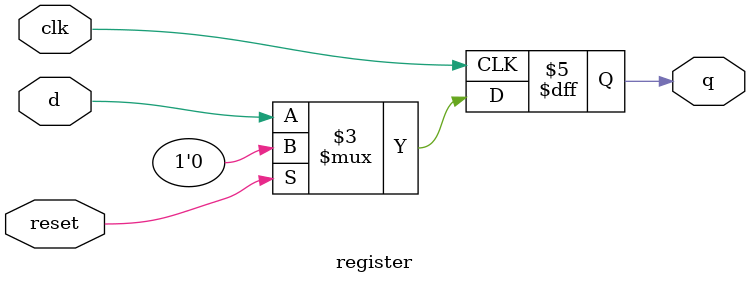
<source format=sv>
module register (
  input logic clk,
  input logic reset,
  input logic d,
  output logic q
);

  always_ff @(posedge clk) begin
    if (reset) begin
      // Reset the register output
      q <= 1'b0;
    end else begin
      // Store the input value on the rising edge of the clock
      q <= d;
    end
  end
endmodule : register

</source>
